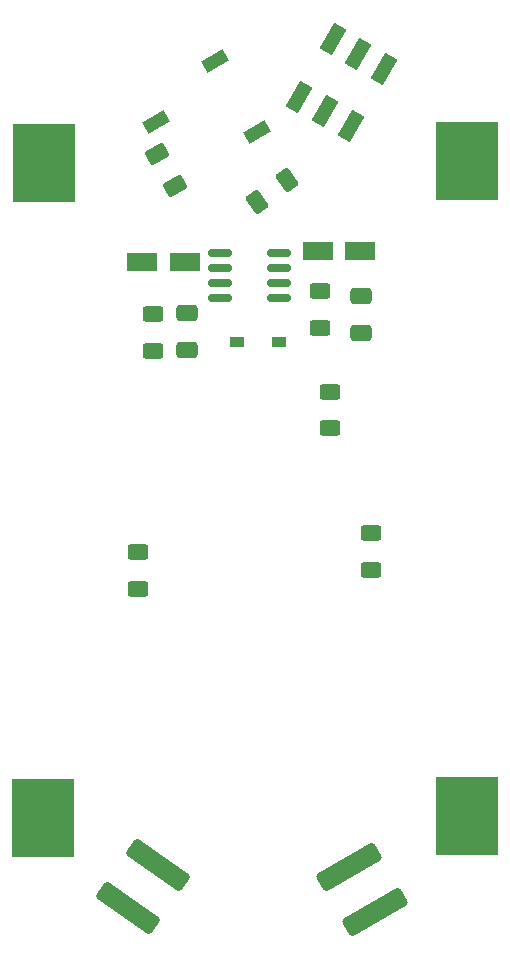
<source format=gbr>
%TF.GenerationSoftware,KiCad,Pcbnew,8.0.4*%
%TF.CreationDate,2024-09-12T22:18:10-07:00*%
%TF.ProjectId,SMDEMFbadgeforMAKE-sizedfor3inchbagLCSCassembly,534d4445-4d46-4626-9164-6765666f724d,rev?*%
%TF.SameCoordinates,Original*%
%TF.FileFunction,Paste,Bot*%
%TF.FilePolarity,Positive*%
%FSLAX46Y46*%
G04 Gerber Fmt 4.6, Leading zero omitted, Abs format (unit mm)*
G04 Created by KiCad (PCBNEW 8.0.4) date 2024-09-12 22:18:10*
%MOMM*%
%LPD*%
G01*
G04 APERTURE LIST*
G04 Aperture macros list*
%AMRoundRect*
0 Rectangle with rounded corners*
0 $1 Rounding radius*
0 $2 $3 $4 $5 $6 $7 $8 $9 X,Y pos of 4 corners*
0 Add a 4 corners polygon primitive as box body*
4,1,4,$2,$3,$4,$5,$6,$7,$8,$9,$2,$3,0*
0 Add four circle primitives for the rounded corners*
1,1,$1+$1,$2,$3*
1,1,$1+$1,$4,$5*
1,1,$1+$1,$6,$7*
1,1,$1+$1,$8,$9*
0 Add four rect primitives between the rounded corners*
20,1,$1+$1,$2,$3,$4,$5,0*
20,1,$1+$1,$4,$5,$6,$7,0*
20,1,$1+$1,$6,$7,$8,$9,0*
20,1,$1+$1,$8,$9,$2,$3,0*%
%AMRotRect*
0 Rectangle, with rotation*
0 The origin of the aperture is its center*
0 $1 length*
0 $2 width*
0 $3 Rotation angle, in degrees counterclockwise*
0 Add horizontal line*
21,1,$1,$2,0,0,$3*%
G04 Aperture macros list end*
%ADD10RotRect,2.100000X1.100000X210.000000*%
%ADD11R,5.300000X6.613306*%
%ADD12R,5.300000X6.693306*%
%ADD13R,1.300000X0.850000*%
%ADD14RoundRect,0.250000X0.625000X-0.400000X0.625000X0.400000X-0.625000X0.400000X-0.625000X-0.400000X0*%
%ADD15RotRect,1.200000X2.500000X330.000000*%
%ADD16RoundRect,0.250000X0.034924X-0.769049X0.710725X-0.295849X-0.034924X0.769049X-0.710725X0.295849X0*%
%ADD17RoundRect,0.250000X0.650000X-0.412500X0.650000X0.412500X-0.650000X0.412500X-0.650000X-0.412500X0*%
%ADD18RoundRect,0.150000X-0.825000X-0.150000X0.825000X-0.150000X0.825000X0.150000X-0.825000X0.150000X0*%
%ADD19RoundRect,0.326924X-1.766759X1.875656X-2.366807X1.018698X1.766759X-1.875656X2.366807X-1.018698X0*%
%ADD20RoundRect,0.250000X1.050000X0.550000X-1.050000X0.550000X-1.050000X-0.550000X1.050000X-0.550000X0*%
%ADD21RoundRect,0.250000X0.769167X-0.032235X0.356667X0.682235X-0.769167X0.032235X-0.356667X-0.682235X0*%
%ADD22RoundRect,0.326924X-2.446586X-0.808541X-1.923510X-1.714535X2.446586X0.808541X1.923510X1.714535X0*%
%ADD23RoundRect,0.250000X-1.050000X-0.550000X1.050000X-0.550000X1.050000X0.550000X-1.050000X0.550000X0*%
G04 APERTURE END LIST*
D10*
%TO.C,J1*%
X195946232Y-84263013D03*
X200887166Y-79100962D03*
X204434127Y-85124480D03*
%TD*%
D11*
%TO.C,AAA_BATT1*%
X222230001Y-87611653D03*
D12*
X222214999Y-143058347D03*
%TD*%
D11*
%TO.C,AAA_BATT2*%
X186389999Y-143221647D03*
D12*
X186405001Y-87774953D03*
%TD*%
D13*
%TO.C,D1*%
X206339998Y-102894998D03*
X202809998Y-102884998D03*
%TD*%
D14*
%TO.C,R4*%
X209810000Y-101727500D03*
X209810000Y-98627500D03*
%TD*%
D15*
%TO.C,SW1*%
X208063400Y-82121423D03*
X210228464Y-83371420D03*
X212393528Y-84621422D03*
X210887056Y-77250700D03*
X213052121Y-78500698D03*
X215217185Y-79750695D03*
%TD*%
D14*
%TO.C,R5*%
X210610000Y-110215000D03*
X210610000Y-107115000D03*
%TD*%
D16*
%TO.C,C4*%
X204480075Y-91011213D03*
X207039925Y-89218787D03*
%TD*%
D17*
%TO.C,C5*%
X213310000Y-102165000D03*
X213310000Y-99040000D03*
%TD*%
D18*
%TO.C,U1*%
X201360004Y-99195002D03*
X201359994Y-97924992D03*
X201360000Y-96655004D03*
X201359994Y-95385003D03*
X206309996Y-95384998D03*
X206310006Y-96655008D03*
X206310000Y-97924996D03*
X206310006Y-99194997D03*
%TD*%
D19*
%TO.C,I2*%
X196111209Y-147167395D03*
X193558791Y-150812605D03*
%TD*%
D17*
%TO.C,C6*%
X198534996Y-103601243D03*
X198534996Y-100476243D03*
%TD*%
D14*
%TO.C,R2*%
X214085000Y-122215000D03*
X214085000Y-119115000D03*
%TD*%
D20*
%TO.C,C1*%
X198335000Y-96139999D03*
X194735000Y-96140001D03*
%TD*%
D21*
%TO.C,C3*%
X197541250Y-89668165D03*
X195978750Y-86961835D03*
%TD*%
D22*
%TO.C,I1*%
X212247509Y-147313089D03*
X214472491Y-151166911D03*
%TD*%
D14*
%TO.C,R3*%
X195635000Y-103651243D03*
X195635000Y-100551243D03*
%TD*%
%TO.C,R1*%
X194385000Y-123815000D03*
X194385000Y-120715000D03*
%TD*%
D23*
%TO.C,C2*%
X209610002Y-95177502D03*
X213210000Y-95177500D03*
%TD*%
M02*

</source>
